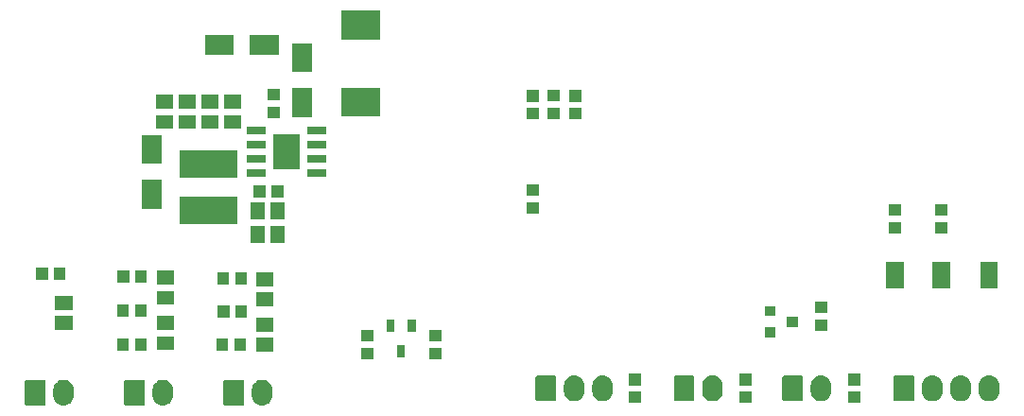
<source format=gts>
G04 #@! TF.GenerationSoftware,KiCad,Pcbnew,5.1.4-e60b266~84~ubuntu18.04.1*
G04 #@! TF.CreationDate,2019-09-15T19:51:56+01:00*
G04 #@! TF.ProjectId,minitiouner-rt5047,6d696e69-7469-46f7-956e-65722d727435,rev?*
G04 #@! TF.SameCoordinates,Original*
G04 #@! TF.FileFunction,Soldermask,Top*
G04 #@! TF.FilePolarity,Negative*
%FSLAX46Y46*%
G04 Gerber Fmt 4.6, Leading zero omitted, Abs format (unit mm)*
G04 Created by KiCad (PCBNEW 5.1.4-e60b266~84~ubuntu18.04.1) date 2019-09-15 19:51:56*
%MOMM*%
%LPD*%
G04 APERTURE LIST*
%ADD10C,0.100000*%
G04 APERTURE END LIST*
D10*
G36*
X50218547Y-115448326D02*
G01*
X50392156Y-115500990D01*
X50392158Y-115500991D01*
X50552155Y-115586511D01*
X50692397Y-115701603D01*
X50768595Y-115794452D01*
X50807489Y-115841844D01*
X50893010Y-116001843D01*
X50945674Y-116175452D01*
X50959000Y-116310756D01*
X50959000Y-116861243D01*
X50945674Y-116996548D01*
X50893010Y-117170157D01*
X50807489Y-117330156D01*
X50790452Y-117350915D01*
X50692397Y-117470397D01*
X50595729Y-117549729D01*
X50552156Y-117585489D01*
X50392157Y-117671010D01*
X50218548Y-117723674D01*
X50038000Y-117741456D01*
X49857453Y-117723674D01*
X49683844Y-117671010D01*
X49523845Y-117585489D01*
X49480272Y-117549729D01*
X49383604Y-117470397D01*
X49268513Y-117330157D01*
X49268512Y-117330155D01*
X49182990Y-117170157D01*
X49130326Y-116996548D01*
X49117000Y-116861244D01*
X49117000Y-116310757D01*
X49130326Y-116175453D01*
X49182990Y-116001844D01*
X49268511Y-115841845D01*
X49268512Y-115841844D01*
X49383603Y-115701603D01*
X49480271Y-115622271D01*
X49523844Y-115586511D01*
X49683843Y-115500990D01*
X49857452Y-115448326D01*
X50038000Y-115430544D01*
X50218547Y-115448326D01*
X50218547Y-115448326D01*
G37*
G36*
X59108547Y-115448326D02*
G01*
X59282156Y-115500990D01*
X59282158Y-115500991D01*
X59442155Y-115586511D01*
X59582397Y-115701603D01*
X59658595Y-115794452D01*
X59697489Y-115841844D01*
X59783010Y-116001843D01*
X59835674Y-116175452D01*
X59849000Y-116310756D01*
X59849000Y-116861243D01*
X59835674Y-116996548D01*
X59783010Y-117170157D01*
X59697489Y-117330156D01*
X59680452Y-117350915D01*
X59582397Y-117470397D01*
X59485729Y-117549729D01*
X59442156Y-117585489D01*
X59282157Y-117671010D01*
X59108548Y-117723674D01*
X58928000Y-117741456D01*
X58747453Y-117723674D01*
X58573844Y-117671010D01*
X58413845Y-117585489D01*
X58370272Y-117549729D01*
X58273604Y-117470397D01*
X58158513Y-117330157D01*
X58158512Y-117330155D01*
X58072990Y-117170157D01*
X58020326Y-116996548D01*
X58007000Y-116861244D01*
X58007000Y-116310757D01*
X58020326Y-116175453D01*
X58072990Y-116001844D01*
X58158511Y-115841845D01*
X58158512Y-115841844D01*
X58273603Y-115701603D01*
X58370271Y-115622271D01*
X58413844Y-115586511D01*
X58573843Y-115500990D01*
X58747452Y-115448326D01*
X58928000Y-115430544D01*
X59108547Y-115448326D01*
X59108547Y-115448326D01*
G37*
G36*
X67998547Y-115448326D02*
G01*
X68172156Y-115500990D01*
X68172158Y-115500991D01*
X68332155Y-115586511D01*
X68472397Y-115701603D01*
X68548595Y-115794452D01*
X68587489Y-115841844D01*
X68673010Y-116001843D01*
X68725674Y-116175452D01*
X68739000Y-116310756D01*
X68739000Y-116861243D01*
X68725674Y-116996548D01*
X68673010Y-117170157D01*
X68587489Y-117330156D01*
X68570452Y-117350915D01*
X68472397Y-117470397D01*
X68375729Y-117549729D01*
X68332156Y-117585489D01*
X68172157Y-117671010D01*
X67998548Y-117723674D01*
X67818000Y-117741456D01*
X67637453Y-117723674D01*
X67463844Y-117671010D01*
X67303845Y-117585489D01*
X67260272Y-117549729D01*
X67163604Y-117470397D01*
X67048513Y-117330157D01*
X67048512Y-117330155D01*
X66962990Y-117170157D01*
X66910326Y-116996548D01*
X66897000Y-116861244D01*
X66897000Y-116310757D01*
X66910326Y-116175453D01*
X66962990Y-116001844D01*
X67048511Y-115841845D01*
X67048512Y-115841844D01*
X67163603Y-115701603D01*
X67260271Y-115622271D01*
X67303844Y-115586511D01*
X67463843Y-115500990D01*
X67637452Y-115448326D01*
X67818000Y-115430544D01*
X67998547Y-115448326D01*
X67998547Y-115448326D01*
G37*
G36*
X48277561Y-115438966D02*
G01*
X48310383Y-115448923D01*
X48340632Y-115465092D01*
X48367148Y-115486852D01*
X48388908Y-115513368D01*
X48405077Y-115543617D01*
X48415034Y-115576439D01*
X48419000Y-115616713D01*
X48419000Y-117555287D01*
X48415034Y-117595561D01*
X48405077Y-117628383D01*
X48388908Y-117658632D01*
X48367148Y-117685148D01*
X48340632Y-117706908D01*
X48310383Y-117723077D01*
X48277561Y-117733034D01*
X48237287Y-117737000D01*
X46758713Y-117737000D01*
X46718439Y-117733034D01*
X46685617Y-117723077D01*
X46655368Y-117706908D01*
X46628852Y-117685148D01*
X46607092Y-117658632D01*
X46590923Y-117628383D01*
X46580966Y-117595561D01*
X46577000Y-117555287D01*
X46577000Y-115616713D01*
X46580966Y-115576439D01*
X46590923Y-115543617D01*
X46607092Y-115513368D01*
X46628852Y-115486852D01*
X46655368Y-115465092D01*
X46685617Y-115448923D01*
X46718439Y-115438966D01*
X46758713Y-115435000D01*
X48237287Y-115435000D01*
X48277561Y-115438966D01*
X48277561Y-115438966D01*
G37*
G36*
X66057561Y-115438966D02*
G01*
X66090383Y-115448923D01*
X66120632Y-115465092D01*
X66147148Y-115486852D01*
X66168908Y-115513368D01*
X66185077Y-115543617D01*
X66195034Y-115576439D01*
X66199000Y-115616713D01*
X66199000Y-117555287D01*
X66195034Y-117595561D01*
X66185077Y-117628383D01*
X66168908Y-117658632D01*
X66147148Y-117685148D01*
X66120632Y-117706908D01*
X66090383Y-117723077D01*
X66057561Y-117733034D01*
X66017287Y-117737000D01*
X64538713Y-117737000D01*
X64498439Y-117733034D01*
X64465617Y-117723077D01*
X64435368Y-117706908D01*
X64408852Y-117685148D01*
X64387092Y-117658632D01*
X64370923Y-117628383D01*
X64360966Y-117595561D01*
X64357000Y-117555287D01*
X64357000Y-115616713D01*
X64360966Y-115576439D01*
X64370923Y-115543617D01*
X64387092Y-115513368D01*
X64408852Y-115486852D01*
X64435368Y-115465092D01*
X64465617Y-115448923D01*
X64498439Y-115438966D01*
X64538713Y-115435000D01*
X66017287Y-115435000D01*
X66057561Y-115438966D01*
X66057561Y-115438966D01*
G37*
G36*
X57167561Y-115438966D02*
G01*
X57200383Y-115448923D01*
X57230632Y-115465092D01*
X57257148Y-115486852D01*
X57278908Y-115513368D01*
X57295077Y-115543617D01*
X57305034Y-115576439D01*
X57309000Y-115616713D01*
X57309000Y-117555287D01*
X57305034Y-117595561D01*
X57295077Y-117628383D01*
X57278908Y-117658632D01*
X57257148Y-117685148D01*
X57230632Y-117706908D01*
X57200383Y-117723077D01*
X57167561Y-117733034D01*
X57127287Y-117737000D01*
X55648713Y-117737000D01*
X55608439Y-117733034D01*
X55575617Y-117723077D01*
X55545368Y-117706908D01*
X55518852Y-117685148D01*
X55497092Y-117658632D01*
X55480923Y-117628383D01*
X55470966Y-117595561D01*
X55467000Y-117555287D01*
X55467000Y-115616713D01*
X55470966Y-115576439D01*
X55480923Y-115543617D01*
X55497092Y-115513368D01*
X55518852Y-115486852D01*
X55545368Y-115465092D01*
X55575617Y-115448923D01*
X55608439Y-115438966D01*
X55648713Y-115435000D01*
X57127287Y-115435000D01*
X57167561Y-115438966D01*
X57167561Y-115438966D01*
G37*
G36*
X101706500Y-117531000D02*
G01*
X100604500Y-117531000D01*
X100604500Y-116479000D01*
X101706500Y-116479000D01*
X101706500Y-117531000D01*
X101706500Y-117531000D01*
G37*
G36*
X121391500Y-117531000D02*
G01*
X120289500Y-117531000D01*
X120289500Y-116479000D01*
X121391500Y-116479000D01*
X121391500Y-117531000D01*
X121391500Y-117531000D01*
G37*
G36*
X111612500Y-117531000D02*
G01*
X110510500Y-117531000D01*
X110510500Y-116479000D01*
X111612500Y-116479000D01*
X111612500Y-117531000D01*
X111612500Y-117531000D01*
G37*
G36*
X128006047Y-115067326D02*
G01*
X128179656Y-115119990D01*
X128179658Y-115119991D01*
X128339655Y-115205511D01*
X128479897Y-115320603D01*
X128559229Y-115417271D01*
X128594989Y-115460844D01*
X128639232Y-115543617D01*
X128678303Y-115616713D01*
X128680510Y-115620843D01*
X128733174Y-115794452D01*
X128746500Y-115929756D01*
X128746500Y-116480243D01*
X128733174Y-116615548D01*
X128680510Y-116789157D01*
X128594989Y-116949156D01*
X128559229Y-116992729D01*
X128479897Y-117089397D01*
X128383229Y-117168729D01*
X128339656Y-117204489D01*
X128179657Y-117290010D01*
X128006048Y-117342674D01*
X127825500Y-117360456D01*
X127644953Y-117342674D01*
X127471344Y-117290010D01*
X127311345Y-117204489D01*
X127267772Y-117168729D01*
X127171104Y-117089397D01*
X127056013Y-116949157D01*
X127056012Y-116949155D01*
X126970490Y-116789157D01*
X126917826Y-116615548D01*
X126904500Y-116480244D01*
X126904500Y-115929757D01*
X126917826Y-115794453D01*
X126970490Y-115620844D01*
X127056011Y-115460845D01*
X127073048Y-115440085D01*
X127171103Y-115320603D01*
X127296888Y-115217375D01*
X127311344Y-115205511D01*
X127471343Y-115119990D01*
X127644952Y-115067326D01*
X127825500Y-115049544D01*
X128006047Y-115067326D01*
X128006047Y-115067326D01*
G37*
G36*
X98478547Y-115067326D02*
G01*
X98652156Y-115119990D01*
X98652158Y-115119991D01*
X98812155Y-115205511D01*
X98952397Y-115320603D01*
X99031729Y-115417271D01*
X99067489Y-115460844D01*
X99111732Y-115543617D01*
X99150803Y-115616713D01*
X99153010Y-115620843D01*
X99205674Y-115794452D01*
X99219000Y-115929756D01*
X99219000Y-116480243D01*
X99205674Y-116615548D01*
X99153010Y-116789157D01*
X99067489Y-116949156D01*
X99031729Y-116992729D01*
X98952397Y-117089397D01*
X98855729Y-117168729D01*
X98812156Y-117204489D01*
X98652157Y-117290010D01*
X98478548Y-117342674D01*
X98298000Y-117360456D01*
X98117453Y-117342674D01*
X97943844Y-117290010D01*
X97783845Y-117204489D01*
X97740272Y-117168729D01*
X97643604Y-117089397D01*
X97528513Y-116949157D01*
X97528512Y-116949155D01*
X97442990Y-116789157D01*
X97390326Y-116615548D01*
X97377000Y-116480244D01*
X97377000Y-115929757D01*
X97390326Y-115794453D01*
X97442990Y-115620844D01*
X97528511Y-115460845D01*
X97545548Y-115440085D01*
X97643603Y-115320603D01*
X97769388Y-115217375D01*
X97783844Y-115205511D01*
X97943843Y-115119990D01*
X98117452Y-115067326D01*
X98298000Y-115049544D01*
X98478547Y-115067326D01*
X98478547Y-115067326D01*
G37*
G36*
X133086047Y-115067326D02*
G01*
X133259656Y-115119990D01*
X133259658Y-115119991D01*
X133419655Y-115205511D01*
X133559897Y-115320603D01*
X133639229Y-115417271D01*
X133674989Y-115460844D01*
X133719232Y-115543617D01*
X133758303Y-115616713D01*
X133760510Y-115620843D01*
X133813174Y-115794452D01*
X133826500Y-115929756D01*
X133826500Y-116480243D01*
X133813174Y-116615548D01*
X133760510Y-116789157D01*
X133674989Y-116949156D01*
X133639229Y-116992729D01*
X133559897Y-117089397D01*
X133463229Y-117168729D01*
X133419656Y-117204489D01*
X133259657Y-117290010D01*
X133086048Y-117342674D01*
X132905500Y-117360456D01*
X132724953Y-117342674D01*
X132551344Y-117290010D01*
X132391345Y-117204489D01*
X132347772Y-117168729D01*
X132251104Y-117089397D01*
X132136013Y-116949157D01*
X132136012Y-116949155D01*
X132050490Y-116789157D01*
X131997826Y-116615548D01*
X131984500Y-116480244D01*
X131984500Y-115929757D01*
X131997826Y-115794453D01*
X132050490Y-115620844D01*
X132136011Y-115460845D01*
X132153048Y-115440085D01*
X132251103Y-115320603D01*
X132376888Y-115217375D01*
X132391344Y-115205511D01*
X132551343Y-115119990D01*
X132724952Y-115067326D01*
X132905500Y-115049544D01*
X133086047Y-115067326D01*
X133086047Y-115067326D01*
G37*
G36*
X130546047Y-115067326D02*
G01*
X130719656Y-115119990D01*
X130719658Y-115119991D01*
X130879655Y-115205511D01*
X131019897Y-115320603D01*
X131099229Y-115417271D01*
X131134989Y-115460844D01*
X131179232Y-115543617D01*
X131218303Y-115616713D01*
X131220510Y-115620843D01*
X131273174Y-115794452D01*
X131286500Y-115929756D01*
X131286500Y-116480243D01*
X131273174Y-116615548D01*
X131220510Y-116789157D01*
X131134989Y-116949156D01*
X131099229Y-116992729D01*
X131019897Y-117089397D01*
X130923229Y-117168729D01*
X130879656Y-117204489D01*
X130719657Y-117290010D01*
X130546048Y-117342674D01*
X130365500Y-117360456D01*
X130184953Y-117342674D01*
X130011344Y-117290010D01*
X129851345Y-117204489D01*
X129807772Y-117168729D01*
X129711104Y-117089397D01*
X129596013Y-116949157D01*
X129596012Y-116949155D01*
X129510490Y-116789157D01*
X129457826Y-116615548D01*
X129444500Y-116480244D01*
X129444500Y-115929757D01*
X129457826Y-115794453D01*
X129510490Y-115620844D01*
X129596011Y-115460845D01*
X129613048Y-115440085D01*
X129711103Y-115320603D01*
X129836888Y-115217375D01*
X129851344Y-115205511D01*
X130011343Y-115119990D01*
X130184952Y-115067326D01*
X130365500Y-115049544D01*
X130546047Y-115067326D01*
X130546047Y-115067326D01*
G37*
G36*
X108321047Y-115067326D02*
G01*
X108494656Y-115119990D01*
X108494658Y-115119991D01*
X108654655Y-115205511D01*
X108794897Y-115320603D01*
X108874229Y-115417271D01*
X108909989Y-115460844D01*
X108954232Y-115543617D01*
X108993303Y-115616713D01*
X108995510Y-115620843D01*
X109048174Y-115794452D01*
X109061500Y-115929756D01*
X109061500Y-116480243D01*
X109048174Y-116615548D01*
X108995510Y-116789157D01*
X108909989Y-116949156D01*
X108874229Y-116992729D01*
X108794897Y-117089397D01*
X108698229Y-117168729D01*
X108654656Y-117204489D01*
X108494657Y-117290010D01*
X108321048Y-117342674D01*
X108140500Y-117360456D01*
X107959953Y-117342674D01*
X107786344Y-117290010D01*
X107626345Y-117204489D01*
X107582772Y-117168729D01*
X107486104Y-117089397D01*
X107371013Y-116949157D01*
X107371012Y-116949155D01*
X107285490Y-116789157D01*
X107232826Y-116615548D01*
X107219500Y-116480244D01*
X107219500Y-115929757D01*
X107232826Y-115794453D01*
X107285490Y-115620844D01*
X107371011Y-115460845D01*
X107388048Y-115440085D01*
X107486103Y-115320603D01*
X107611888Y-115217375D01*
X107626344Y-115205511D01*
X107786343Y-115119990D01*
X107959952Y-115067326D01*
X108140500Y-115049544D01*
X108321047Y-115067326D01*
X108321047Y-115067326D01*
G37*
G36*
X95938547Y-115067326D02*
G01*
X96112156Y-115119990D01*
X96112158Y-115119991D01*
X96272155Y-115205511D01*
X96412397Y-115320603D01*
X96491729Y-115417271D01*
X96527489Y-115460844D01*
X96571732Y-115543617D01*
X96610803Y-115616713D01*
X96613010Y-115620843D01*
X96665674Y-115794452D01*
X96679000Y-115929756D01*
X96679000Y-116480243D01*
X96665674Y-116615548D01*
X96613010Y-116789157D01*
X96527489Y-116949156D01*
X96491729Y-116992729D01*
X96412397Y-117089397D01*
X96315729Y-117168729D01*
X96272156Y-117204489D01*
X96112157Y-117290010D01*
X95938548Y-117342674D01*
X95758000Y-117360456D01*
X95577453Y-117342674D01*
X95403844Y-117290010D01*
X95243845Y-117204489D01*
X95200272Y-117168729D01*
X95103604Y-117089397D01*
X94988513Y-116949157D01*
X94988512Y-116949155D01*
X94902990Y-116789157D01*
X94850326Y-116615548D01*
X94837000Y-116480244D01*
X94837000Y-115929757D01*
X94850326Y-115794453D01*
X94902990Y-115620844D01*
X94988511Y-115460845D01*
X95005548Y-115440085D01*
X95103603Y-115320603D01*
X95229388Y-115217375D01*
X95243844Y-115205511D01*
X95403843Y-115119990D01*
X95577452Y-115067326D01*
X95758000Y-115049544D01*
X95938547Y-115067326D01*
X95938547Y-115067326D01*
G37*
G36*
X118036547Y-115067326D02*
G01*
X118210156Y-115119990D01*
X118210158Y-115119991D01*
X118370155Y-115205511D01*
X118510397Y-115320603D01*
X118589729Y-115417271D01*
X118625489Y-115460844D01*
X118669732Y-115543617D01*
X118708803Y-115616713D01*
X118711010Y-115620843D01*
X118763674Y-115794452D01*
X118777000Y-115929756D01*
X118777000Y-116480243D01*
X118763674Y-116615548D01*
X118711010Y-116789157D01*
X118625489Y-116949156D01*
X118589729Y-116992729D01*
X118510397Y-117089397D01*
X118413729Y-117168729D01*
X118370156Y-117204489D01*
X118210157Y-117290010D01*
X118036548Y-117342674D01*
X117856000Y-117360456D01*
X117675453Y-117342674D01*
X117501844Y-117290010D01*
X117341845Y-117204489D01*
X117298272Y-117168729D01*
X117201604Y-117089397D01*
X117086513Y-116949157D01*
X117086512Y-116949155D01*
X117000990Y-116789157D01*
X116948326Y-116615548D01*
X116935000Y-116480244D01*
X116935000Y-115929757D01*
X116948326Y-115794453D01*
X117000990Y-115620844D01*
X117086511Y-115460845D01*
X117103548Y-115440085D01*
X117201603Y-115320603D01*
X117327388Y-115217375D01*
X117341844Y-115205511D01*
X117501843Y-115119990D01*
X117675452Y-115067326D01*
X117856000Y-115049544D01*
X118036547Y-115067326D01*
X118036547Y-115067326D01*
G37*
G36*
X116095561Y-115057966D02*
G01*
X116128383Y-115067923D01*
X116158632Y-115084092D01*
X116185148Y-115105852D01*
X116206908Y-115132368D01*
X116223077Y-115162617D01*
X116233034Y-115195439D01*
X116237000Y-115235713D01*
X116237000Y-117174287D01*
X116233034Y-117214561D01*
X116223077Y-117247383D01*
X116206908Y-117277632D01*
X116185148Y-117304148D01*
X116158632Y-117325908D01*
X116128383Y-117342077D01*
X116095561Y-117352034D01*
X116055287Y-117356000D01*
X114576713Y-117356000D01*
X114536439Y-117352034D01*
X114503617Y-117342077D01*
X114473368Y-117325908D01*
X114446852Y-117304148D01*
X114425092Y-117277632D01*
X114408923Y-117247383D01*
X114398966Y-117214561D01*
X114395000Y-117174287D01*
X114395000Y-115235713D01*
X114398966Y-115195439D01*
X114408923Y-115162617D01*
X114425092Y-115132368D01*
X114446852Y-115105852D01*
X114473368Y-115084092D01*
X114503617Y-115067923D01*
X114536439Y-115057966D01*
X114576713Y-115054000D01*
X116055287Y-115054000D01*
X116095561Y-115057966D01*
X116095561Y-115057966D01*
G37*
G36*
X106380061Y-115057966D02*
G01*
X106412883Y-115067923D01*
X106443132Y-115084092D01*
X106469648Y-115105852D01*
X106491408Y-115132368D01*
X106507577Y-115162617D01*
X106517534Y-115195439D01*
X106521500Y-115235713D01*
X106521500Y-117174287D01*
X106517534Y-117214561D01*
X106507577Y-117247383D01*
X106491408Y-117277632D01*
X106469648Y-117304148D01*
X106443132Y-117325908D01*
X106412883Y-117342077D01*
X106380061Y-117352034D01*
X106339787Y-117356000D01*
X104861213Y-117356000D01*
X104820939Y-117352034D01*
X104788117Y-117342077D01*
X104757868Y-117325908D01*
X104731352Y-117304148D01*
X104709592Y-117277632D01*
X104693423Y-117247383D01*
X104683466Y-117214561D01*
X104679500Y-117174287D01*
X104679500Y-115235713D01*
X104683466Y-115195439D01*
X104693423Y-115162617D01*
X104709592Y-115132368D01*
X104731352Y-115105852D01*
X104757868Y-115084092D01*
X104788117Y-115067923D01*
X104820939Y-115057966D01*
X104861213Y-115054000D01*
X106339787Y-115054000D01*
X106380061Y-115057966D01*
X106380061Y-115057966D01*
G37*
G36*
X126065061Y-115057966D02*
G01*
X126097883Y-115067923D01*
X126128132Y-115084092D01*
X126154648Y-115105852D01*
X126176408Y-115132368D01*
X126192577Y-115162617D01*
X126202534Y-115195439D01*
X126206500Y-115235713D01*
X126206500Y-117174287D01*
X126202534Y-117214561D01*
X126192577Y-117247383D01*
X126176408Y-117277632D01*
X126154648Y-117304148D01*
X126128132Y-117325908D01*
X126097883Y-117342077D01*
X126065061Y-117352034D01*
X126024787Y-117356000D01*
X124546213Y-117356000D01*
X124505939Y-117352034D01*
X124473117Y-117342077D01*
X124442868Y-117325908D01*
X124416352Y-117304148D01*
X124394592Y-117277632D01*
X124378423Y-117247383D01*
X124368466Y-117214561D01*
X124364500Y-117174287D01*
X124364500Y-115235713D01*
X124368466Y-115195439D01*
X124378423Y-115162617D01*
X124394592Y-115132368D01*
X124416352Y-115105852D01*
X124442868Y-115084092D01*
X124473117Y-115067923D01*
X124505939Y-115057966D01*
X124546213Y-115054000D01*
X126024787Y-115054000D01*
X126065061Y-115057966D01*
X126065061Y-115057966D01*
G37*
G36*
X93997561Y-115057966D02*
G01*
X94030383Y-115067923D01*
X94060632Y-115084092D01*
X94087148Y-115105852D01*
X94108908Y-115132368D01*
X94125077Y-115162617D01*
X94135034Y-115195439D01*
X94139000Y-115235713D01*
X94139000Y-117174287D01*
X94135034Y-117214561D01*
X94125077Y-117247383D01*
X94108908Y-117277632D01*
X94087148Y-117304148D01*
X94060632Y-117325908D01*
X94030383Y-117342077D01*
X93997561Y-117352034D01*
X93957287Y-117356000D01*
X92478713Y-117356000D01*
X92438439Y-117352034D01*
X92405617Y-117342077D01*
X92375368Y-117325908D01*
X92348852Y-117304148D01*
X92327092Y-117277632D01*
X92310923Y-117247383D01*
X92300966Y-117214561D01*
X92297000Y-117174287D01*
X92297000Y-115235713D01*
X92300966Y-115195439D01*
X92310923Y-115162617D01*
X92327092Y-115132368D01*
X92348852Y-115105852D01*
X92375368Y-115084092D01*
X92405617Y-115067923D01*
X92438439Y-115057966D01*
X92478713Y-115054000D01*
X93957287Y-115054000D01*
X93997561Y-115057966D01*
X93997561Y-115057966D01*
G37*
G36*
X111612500Y-115931000D02*
G01*
X110510500Y-115931000D01*
X110510500Y-114879000D01*
X111612500Y-114879000D01*
X111612500Y-115931000D01*
X111612500Y-115931000D01*
G37*
G36*
X101706500Y-115931000D02*
G01*
X100604500Y-115931000D01*
X100604500Y-114879000D01*
X101706500Y-114879000D01*
X101706500Y-115931000D01*
X101706500Y-115931000D01*
G37*
G36*
X121391500Y-115931000D02*
G01*
X120289500Y-115931000D01*
X120289500Y-114879000D01*
X121391500Y-114879000D01*
X121391500Y-115931000D01*
X121391500Y-115931000D01*
G37*
G36*
X83863000Y-113594000D02*
G01*
X82761000Y-113594000D01*
X82761000Y-112542000D01*
X83863000Y-112542000D01*
X83863000Y-113594000D01*
X83863000Y-113594000D01*
G37*
G36*
X77767000Y-113594000D02*
G01*
X76665000Y-113594000D01*
X76665000Y-112542000D01*
X77767000Y-112542000D01*
X77767000Y-113594000D01*
X77767000Y-113594000D01*
G37*
G36*
X80615000Y-113461000D02*
G01*
X79913000Y-113461000D01*
X79913000Y-112359000D01*
X80615000Y-112359000D01*
X80615000Y-113461000D01*
X80615000Y-113461000D01*
G37*
G36*
X68848000Y-112905000D02*
G01*
X67296000Y-112905000D01*
X67296000Y-111653000D01*
X68848000Y-111653000D01*
X68848000Y-112905000D01*
X68848000Y-112905000D01*
G37*
G36*
X66350000Y-112819000D02*
G01*
X65298000Y-112819000D01*
X65298000Y-111717000D01*
X66350000Y-111717000D01*
X66350000Y-112819000D01*
X66350000Y-112819000D01*
G37*
G36*
X55898000Y-112819000D02*
G01*
X54846000Y-112819000D01*
X54846000Y-111717000D01*
X55898000Y-111717000D01*
X55898000Y-112819000D01*
X55898000Y-112819000D01*
G37*
G36*
X57498000Y-112819000D02*
G01*
X56446000Y-112819000D01*
X56446000Y-111717000D01*
X57498000Y-111717000D01*
X57498000Y-112819000D01*
X57498000Y-112819000D01*
G37*
G36*
X64750000Y-112819000D02*
G01*
X63698000Y-112819000D01*
X63698000Y-111717000D01*
X64750000Y-111717000D01*
X64750000Y-112819000D01*
X64750000Y-112819000D01*
G37*
G36*
X59958000Y-112778000D02*
G01*
X58406000Y-112778000D01*
X58406000Y-111526000D01*
X59958000Y-111526000D01*
X59958000Y-112778000D01*
X59958000Y-112778000D01*
G37*
G36*
X83863000Y-111994000D02*
G01*
X82761000Y-111994000D01*
X82761000Y-110942000D01*
X83863000Y-110942000D01*
X83863000Y-111994000D01*
X83863000Y-111994000D01*
G37*
G36*
X77767000Y-111994000D02*
G01*
X76665000Y-111994000D01*
X76665000Y-110942000D01*
X77767000Y-110942000D01*
X77767000Y-111994000D01*
X77767000Y-111994000D01*
G37*
G36*
X113801000Y-111637000D02*
G01*
X112799000Y-111637000D01*
X112799000Y-110735000D01*
X113801000Y-110735000D01*
X113801000Y-111637000D01*
X113801000Y-111637000D01*
G37*
G36*
X79665000Y-111161000D02*
G01*
X78963000Y-111161000D01*
X78963000Y-110059000D01*
X79665000Y-110059000D01*
X79665000Y-111161000D01*
X79665000Y-111161000D01*
G37*
G36*
X81565000Y-111161000D02*
G01*
X80863000Y-111161000D01*
X80863000Y-110059000D01*
X81565000Y-110059000D01*
X81565000Y-111161000D01*
X81565000Y-111161000D01*
G37*
G36*
X68848000Y-111105000D02*
G01*
X67296000Y-111105000D01*
X67296000Y-109853000D01*
X68848000Y-109853000D01*
X68848000Y-111105000D01*
X68848000Y-111105000D01*
G37*
G36*
X118407000Y-111054000D02*
G01*
X117305000Y-111054000D01*
X117305000Y-110002000D01*
X118407000Y-110002000D01*
X118407000Y-111054000D01*
X118407000Y-111054000D01*
G37*
G36*
X59958000Y-110978000D02*
G01*
X58406000Y-110978000D01*
X58406000Y-109726000D01*
X59958000Y-109726000D01*
X59958000Y-110978000D01*
X59958000Y-110978000D01*
G37*
G36*
X50829240Y-110974600D02*
G01*
X49277240Y-110974600D01*
X49277240Y-109722600D01*
X50829240Y-109722600D01*
X50829240Y-110974600D01*
X50829240Y-110974600D01*
G37*
G36*
X115801000Y-110687000D02*
G01*
X114799000Y-110687000D01*
X114799000Y-109785000D01*
X115801000Y-109785000D01*
X115801000Y-110687000D01*
X115801000Y-110687000D01*
G37*
G36*
X66477000Y-109898000D02*
G01*
X65425000Y-109898000D01*
X65425000Y-108796000D01*
X66477000Y-108796000D01*
X66477000Y-109898000D01*
X66477000Y-109898000D01*
G37*
G36*
X64877000Y-109898000D02*
G01*
X63825000Y-109898000D01*
X63825000Y-108796000D01*
X64877000Y-108796000D01*
X64877000Y-109898000D01*
X64877000Y-109898000D01*
G37*
G36*
X57498000Y-109771000D02*
G01*
X56446000Y-109771000D01*
X56446000Y-108669000D01*
X57498000Y-108669000D01*
X57498000Y-109771000D01*
X57498000Y-109771000D01*
G37*
G36*
X55898000Y-109771000D02*
G01*
X54846000Y-109771000D01*
X54846000Y-108669000D01*
X55898000Y-108669000D01*
X55898000Y-109771000D01*
X55898000Y-109771000D01*
G37*
G36*
X113801000Y-109737000D02*
G01*
X112799000Y-109737000D01*
X112799000Y-108835000D01*
X113801000Y-108835000D01*
X113801000Y-109737000D01*
X113801000Y-109737000D01*
G37*
G36*
X118407000Y-109454000D02*
G01*
X117305000Y-109454000D01*
X117305000Y-108402000D01*
X118407000Y-108402000D01*
X118407000Y-109454000D01*
X118407000Y-109454000D01*
G37*
G36*
X50829240Y-109174600D02*
G01*
X49277240Y-109174600D01*
X49277240Y-107922600D01*
X50829240Y-107922600D01*
X50829240Y-109174600D01*
X50829240Y-109174600D01*
G37*
G36*
X68848000Y-108841000D02*
G01*
X67296000Y-108841000D01*
X67296000Y-107589000D01*
X68848000Y-107589000D01*
X68848000Y-108841000D01*
X68848000Y-108841000D01*
G37*
G36*
X59958000Y-108714000D02*
G01*
X58406000Y-108714000D01*
X58406000Y-107462000D01*
X59958000Y-107462000D01*
X59958000Y-108714000D01*
X59958000Y-108714000D01*
G37*
G36*
X129452000Y-107246000D02*
G01*
X127850000Y-107246000D01*
X127850000Y-104844000D01*
X129452000Y-104844000D01*
X129452000Y-107246000D01*
X129452000Y-107246000D01*
G37*
G36*
X125261000Y-107246000D02*
G01*
X123659000Y-107246000D01*
X123659000Y-104844000D01*
X125261000Y-104844000D01*
X125261000Y-107246000D01*
X125261000Y-107246000D01*
G37*
G36*
X133706500Y-107246000D02*
G01*
X132104500Y-107246000D01*
X132104500Y-104844000D01*
X133706500Y-104844000D01*
X133706500Y-107246000D01*
X133706500Y-107246000D01*
G37*
G36*
X68848000Y-107041000D02*
G01*
X67296000Y-107041000D01*
X67296000Y-105789000D01*
X68848000Y-105789000D01*
X68848000Y-107041000D01*
X68848000Y-107041000D01*
G37*
G36*
X59958000Y-106914000D02*
G01*
X58406000Y-106914000D01*
X58406000Y-105662000D01*
X59958000Y-105662000D01*
X59958000Y-106914000D01*
X59958000Y-106914000D01*
G37*
G36*
X66471920Y-106870320D02*
G01*
X65419920Y-106870320D01*
X65419920Y-105768320D01*
X66471920Y-105768320D01*
X66471920Y-106870320D01*
X66471920Y-106870320D01*
G37*
G36*
X64871920Y-106870320D02*
G01*
X63819920Y-106870320D01*
X63819920Y-105768320D01*
X64871920Y-105768320D01*
X64871920Y-106870320D01*
X64871920Y-106870320D01*
G37*
G36*
X55900640Y-106748400D02*
G01*
X54848640Y-106748400D01*
X54848640Y-105646400D01*
X55900640Y-105646400D01*
X55900640Y-106748400D01*
X55900640Y-106748400D01*
G37*
G36*
X57500640Y-106748400D02*
G01*
X56448640Y-106748400D01*
X56448640Y-105646400D01*
X57500640Y-105646400D01*
X57500640Y-106748400D01*
X57500640Y-106748400D01*
G37*
G36*
X50221000Y-106469000D02*
G01*
X49169000Y-106469000D01*
X49169000Y-105367000D01*
X50221000Y-105367000D01*
X50221000Y-106469000D01*
X50221000Y-106469000D01*
G37*
G36*
X48621000Y-106469000D02*
G01*
X47569000Y-106469000D01*
X47569000Y-105367000D01*
X48621000Y-105367000D01*
X48621000Y-106469000D01*
X48621000Y-106469000D01*
G37*
G36*
X68021520Y-103198960D02*
G01*
X66769520Y-103198960D01*
X66769520Y-101646960D01*
X68021520Y-101646960D01*
X68021520Y-103198960D01*
X68021520Y-103198960D01*
G37*
G36*
X69821520Y-103198960D02*
G01*
X68569520Y-103198960D01*
X68569520Y-101646960D01*
X69821520Y-101646960D01*
X69821520Y-103198960D01*
X69821520Y-103198960D01*
G37*
G36*
X125011000Y-102354500D02*
G01*
X123909000Y-102354500D01*
X123909000Y-101302500D01*
X125011000Y-101302500D01*
X125011000Y-102354500D01*
X125011000Y-102354500D01*
G37*
G36*
X129202000Y-102354500D02*
G01*
X128100000Y-102354500D01*
X128100000Y-101302500D01*
X129202000Y-101302500D01*
X129202000Y-102354500D01*
X129202000Y-102354500D01*
G37*
G36*
X65593000Y-101451500D02*
G01*
X60391000Y-101451500D01*
X60391000Y-98999500D01*
X65593000Y-98999500D01*
X65593000Y-101451500D01*
X65593000Y-101451500D01*
G37*
G36*
X69821520Y-101095840D02*
G01*
X68569520Y-101095840D01*
X68569520Y-99543840D01*
X69821520Y-99543840D01*
X69821520Y-101095840D01*
X69821520Y-101095840D01*
G37*
G36*
X68021520Y-101095840D02*
G01*
X66769520Y-101095840D01*
X66769520Y-99543840D01*
X68021520Y-99543840D01*
X68021520Y-101095840D01*
X68021520Y-101095840D01*
G37*
G36*
X125011000Y-100754500D02*
G01*
X123909000Y-100754500D01*
X123909000Y-99702500D01*
X125011000Y-99702500D01*
X125011000Y-100754500D01*
X125011000Y-100754500D01*
G37*
G36*
X129202000Y-100754500D02*
G01*
X128100000Y-100754500D01*
X128100000Y-99702500D01*
X129202000Y-99702500D01*
X129202000Y-100754500D01*
X129202000Y-100754500D01*
G37*
G36*
X92562500Y-100576500D02*
G01*
X91460500Y-100576500D01*
X91460500Y-99524500D01*
X92562500Y-99524500D01*
X92562500Y-100576500D01*
X92562500Y-100576500D01*
G37*
G36*
X58813000Y-100106500D02*
G01*
X57011000Y-100106500D01*
X57011000Y-97504500D01*
X58813000Y-97504500D01*
X58813000Y-100106500D01*
X58813000Y-100106500D01*
G37*
G36*
X69718040Y-99082680D02*
G01*
X68666040Y-99082680D01*
X68666040Y-97980680D01*
X69718040Y-97980680D01*
X69718040Y-99082680D01*
X69718040Y-99082680D01*
G37*
G36*
X68118040Y-99082680D02*
G01*
X67066040Y-99082680D01*
X67066040Y-97980680D01*
X68118040Y-97980680D01*
X68118040Y-99082680D01*
X68118040Y-99082680D01*
G37*
G36*
X92562500Y-98976500D02*
G01*
X91460500Y-98976500D01*
X91460500Y-97924500D01*
X92562500Y-97924500D01*
X92562500Y-98976500D01*
X92562500Y-98976500D01*
G37*
G36*
X65593000Y-97301500D02*
G01*
X60391000Y-97301500D01*
X60391000Y-94849500D01*
X65593000Y-94849500D01*
X65593000Y-97301500D01*
X65593000Y-97301500D01*
G37*
G36*
X68126000Y-97256000D02*
G01*
X66474000Y-97256000D01*
X66474000Y-96554000D01*
X68126000Y-96554000D01*
X68126000Y-97256000D01*
X68126000Y-97256000D01*
G37*
G36*
X73526000Y-97256000D02*
G01*
X71874000Y-97256000D01*
X71874000Y-96554000D01*
X73526000Y-96554000D01*
X73526000Y-97256000D01*
X73526000Y-97256000D01*
G37*
G36*
X71201000Y-96551000D02*
G01*
X68799000Y-96551000D01*
X68799000Y-93449000D01*
X71201000Y-93449000D01*
X71201000Y-96551000D01*
X71201000Y-96551000D01*
G37*
G36*
X58813000Y-96106500D02*
G01*
X57011000Y-96106500D01*
X57011000Y-93504500D01*
X58813000Y-93504500D01*
X58813000Y-96106500D01*
X58813000Y-96106500D01*
G37*
G36*
X73526000Y-95986000D02*
G01*
X71874000Y-95986000D01*
X71874000Y-95284000D01*
X73526000Y-95284000D01*
X73526000Y-95986000D01*
X73526000Y-95986000D01*
G37*
G36*
X68126000Y-95986000D02*
G01*
X66474000Y-95986000D01*
X66474000Y-95284000D01*
X68126000Y-95284000D01*
X68126000Y-95986000D01*
X68126000Y-95986000D01*
G37*
G36*
X73526000Y-94716000D02*
G01*
X71874000Y-94716000D01*
X71874000Y-94014000D01*
X73526000Y-94014000D01*
X73526000Y-94716000D01*
X73526000Y-94716000D01*
G37*
G36*
X68126000Y-94716000D02*
G01*
X66474000Y-94716000D01*
X66474000Y-94014000D01*
X68126000Y-94014000D01*
X68126000Y-94716000D01*
X68126000Y-94716000D01*
G37*
G36*
X73526000Y-93446000D02*
G01*
X71874000Y-93446000D01*
X71874000Y-92744000D01*
X73526000Y-92744000D01*
X73526000Y-93446000D01*
X73526000Y-93446000D01*
G37*
G36*
X68126000Y-93446000D02*
G01*
X66474000Y-93446000D01*
X66474000Y-92744000D01*
X68126000Y-92744000D01*
X68126000Y-93446000D01*
X68126000Y-93446000D01*
G37*
G36*
X65927000Y-92966000D02*
G01*
X64375000Y-92966000D01*
X64375000Y-91714000D01*
X65927000Y-91714000D01*
X65927000Y-92966000D01*
X65927000Y-92966000D01*
G37*
G36*
X63895000Y-92966000D02*
G01*
X62343000Y-92966000D01*
X62343000Y-91714000D01*
X63895000Y-91714000D01*
X63895000Y-92966000D01*
X63895000Y-92966000D01*
G37*
G36*
X59831000Y-92966000D02*
G01*
X58279000Y-92966000D01*
X58279000Y-91714000D01*
X59831000Y-91714000D01*
X59831000Y-92966000D01*
X59831000Y-92966000D01*
G37*
G36*
X61863000Y-92966000D02*
G01*
X60311000Y-92966000D01*
X60311000Y-91714000D01*
X61863000Y-91714000D01*
X61863000Y-92966000D01*
X61863000Y-92966000D01*
G37*
G36*
X96372500Y-92131000D02*
G01*
X95270500Y-92131000D01*
X95270500Y-91079000D01*
X96372500Y-91079000D01*
X96372500Y-92131000D01*
X96372500Y-92131000D01*
G37*
G36*
X92562500Y-92131000D02*
G01*
X91460500Y-92131000D01*
X91460500Y-91079000D01*
X92562500Y-91079000D01*
X92562500Y-92131000D01*
X92562500Y-92131000D01*
G37*
G36*
X94467500Y-92105500D02*
G01*
X93365500Y-92105500D01*
X93365500Y-91053500D01*
X94467500Y-91053500D01*
X94467500Y-92105500D01*
X94467500Y-92105500D01*
G37*
G36*
X69385000Y-92004000D02*
G01*
X68283000Y-92004000D01*
X68283000Y-90952000D01*
X69385000Y-90952000D01*
X69385000Y-92004000D01*
X69385000Y-92004000D01*
G37*
G36*
X72275000Y-91883500D02*
G01*
X70473000Y-91883500D01*
X70473000Y-89281500D01*
X72275000Y-89281500D01*
X72275000Y-91883500D01*
X72275000Y-91883500D01*
G37*
G36*
X78345500Y-91873000D02*
G01*
X74943500Y-91873000D01*
X74943500Y-89271000D01*
X78345500Y-89271000D01*
X78345500Y-91873000D01*
X78345500Y-91873000D01*
G37*
G36*
X65927000Y-91166000D02*
G01*
X64375000Y-91166000D01*
X64375000Y-89914000D01*
X65927000Y-89914000D01*
X65927000Y-91166000D01*
X65927000Y-91166000D01*
G37*
G36*
X61863000Y-91166000D02*
G01*
X60311000Y-91166000D01*
X60311000Y-89914000D01*
X61863000Y-89914000D01*
X61863000Y-91166000D01*
X61863000Y-91166000D01*
G37*
G36*
X59831000Y-91166000D02*
G01*
X58279000Y-91166000D01*
X58279000Y-89914000D01*
X59831000Y-89914000D01*
X59831000Y-91166000D01*
X59831000Y-91166000D01*
G37*
G36*
X63895000Y-91166000D02*
G01*
X62343000Y-91166000D01*
X62343000Y-89914000D01*
X63895000Y-89914000D01*
X63895000Y-91166000D01*
X63895000Y-91166000D01*
G37*
G36*
X92562500Y-90531000D02*
G01*
X91460500Y-90531000D01*
X91460500Y-89479000D01*
X92562500Y-89479000D01*
X92562500Y-90531000D01*
X92562500Y-90531000D01*
G37*
G36*
X96372500Y-90531000D02*
G01*
X95270500Y-90531000D01*
X95270500Y-89479000D01*
X96372500Y-89479000D01*
X96372500Y-90531000D01*
X96372500Y-90531000D01*
G37*
G36*
X94467500Y-90505500D02*
G01*
X93365500Y-90505500D01*
X93365500Y-89453500D01*
X94467500Y-89453500D01*
X94467500Y-90505500D01*
X94467500Y-90505500D01*
G37*
G36*
X69385000Y-90404000D02*
G01*
X68283000Y-90404000D01*
X68283000Y-89352000D01*
X69385000Y-89352000D01*
X69385000Y-90404000D01*
X69385000Y-90404000D01*
G37*
G36*
X72275000Y-87883500D02*
G01*
X70473000Y-87883500D01*
X70473000Y-85281500D01*
X72275000Y-85281500D01*
X72275000Y-87883500D01*
X72275000Y-87883500D01*
G37*
G36*
X69277500Y-86372000D02*
G01*
X66675500Y-86372000D01*
X66675500Y-84570000D01*
X69277500Y-84570000D01*
X69277500Y-86372000D01*
X69277500Y-86372000D01*
G37*
G36*
X65277500Y-86372000D02*
G01*
X62675500Y-86372000D01*
X62675500Y-84570000D01*
X65277500Y-84570000D01*
X65277500Y-86372000D01*
X65277500Y-86372000D01*
G37*
G36*
X78345500Y-84973000D02*
G01*
X74943500Y-84973000D01*
X74943500Y-82371000D01*
X78345500Y-82371000D01*
X78345500Y-84973000D01*
X78345500Y-84973000D01*
G37*
M02*

</source>
